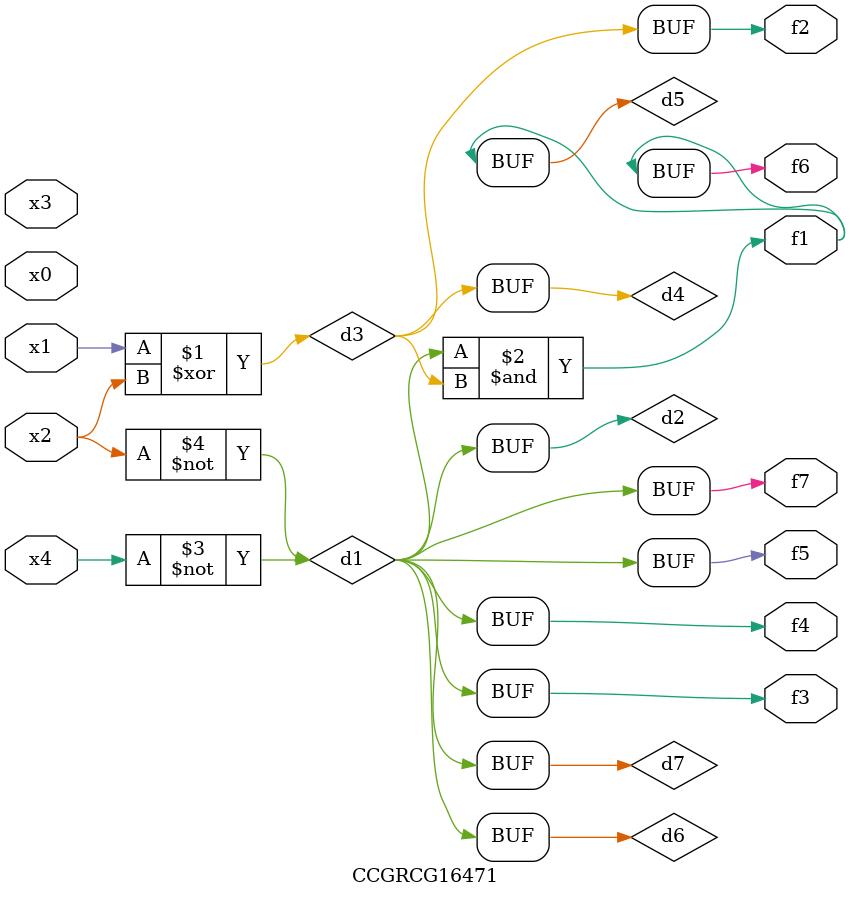
<source format=v>
module CCGRCG16471(
	input x0, x1, x2, x3, x4,
	output f1, f2, f3, f4, f5, f6, f7
);

	wire d1, d2, d3, d4, d5, d6, d7;

	not (d1, x4);
	not (d2, x2);
	xor (d3, x1, x2);
	buf (d4, d3);
	and (d5, d1, d3);
	buf (d6, d1, d2);
	buf (d7, d2);
	assign f1 = d5;
	assign f2 = d4;
	assign f3 = d7;
	assign f4 = d7;
	assign f5 = d7;
	assign f6 = d5;
	assign f7 = d7;
endmodule

</source>
